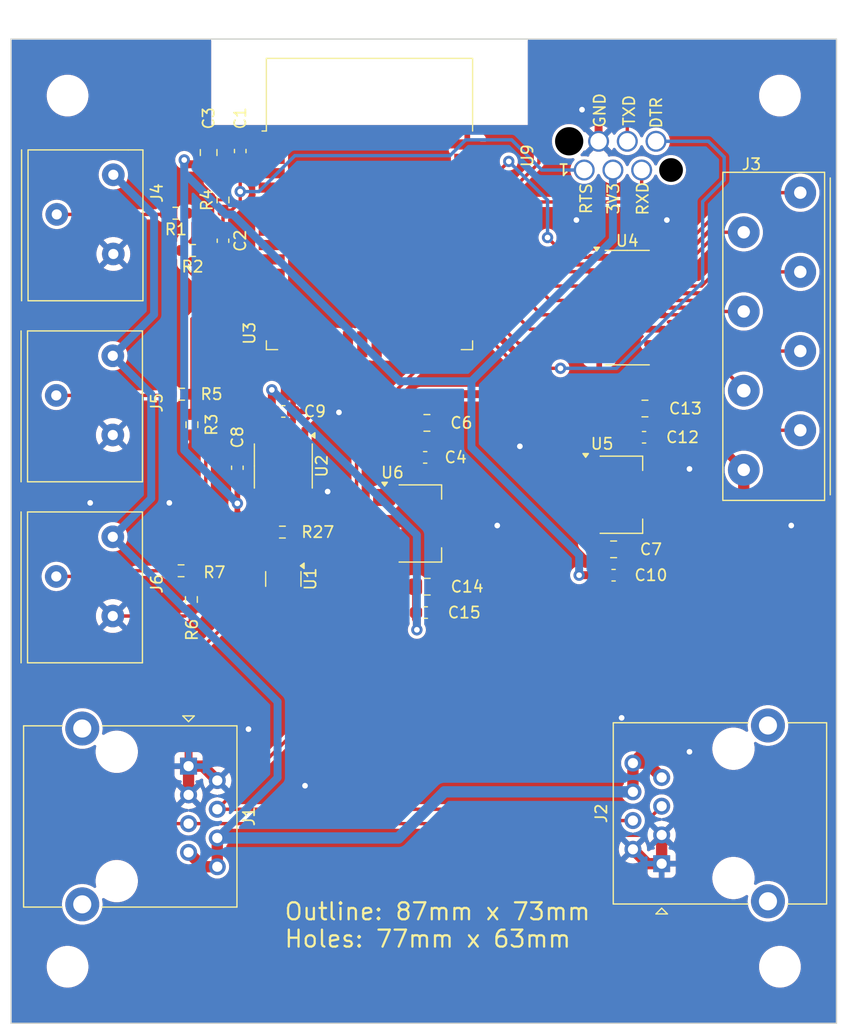
<source format=kicad_pcb>
(kicad_pcb (version 20240108) (generator "pcbnew") (generator_version "8.0")
  (layers (0 "F.Cu" signal) (31 "B.Cu" signal) (34 "B.Paste" user) (35 "F.Paste" user) (36 "B.SilkS" user "B.Silkscreen") (37 "F.SilkS" user "F.Silkscreen") (38 "B.Mask" user) (39 "F.Mask" user) (44 "Edge.Cuts" user))
  (net 0 "")
  (net 1 "GND")
  (net 2 "+3V3")
  (net 3 "/EN")
  (net 4 "+12V")
  (net 5 "+5V")
  (net 6 "Net-(J3-Pin_5)")
  (net 7 "Net-(J3-Pin_7)")
  (net 8 "Net-(J3-Pin_6)")
  (net 9 "Net-(J3-Pin_2)")
  (net 10 "Net-(J3-Pin_3)")
  (net 11 "Net-(J3-Pin_4)")
  (net 12 "Net-(J4-Pin_2)")
  (net 13 "Net-(J5-Pin_2)")
  (net 14 "Net-(J6-Pin_2)")
  (net 15 "Net-(U3-IO25)")
  (net 16 "Net-(U3-IO26)")
  (net 17 "/CANL")
  (net 18 "/CANH")
  (net 19 "/CAN_RXD")
  (net 20 "/CAN_TXD")
  (net 21 "/RXD")
  (net 22 "/TXD")
  (net 25 "Net-(U3-IO22)")
  (net 27 "Net-(U3-IO16)")
  (net 29 "Net-(U3-IO19)")
  (net 36 "Net-(U3-IO17)")
  (net 38 "Net-(U3-IO21)")
  (net 42 "Net-(U3-IO18)")
  (net 43 "/BOOT0")
  (net 45 "Net-(J3-Pin_1)")
  (net 46 "/STDBY")
  (net 47 "Net-(U3-IO4)")
  (net 49 "Net-(U3-IO33)")
  (footprint "awesome:WAGO250-203" (layer "F.Cu") (at 118.39575 50.8 -90)
    (property "Reference" "J4")
    (property "Value" "Conn_01x03_Socket")
  )
  (footprint "Package_SO:SOIC-16_3.9x9.9mm_P1.27mm" (layer "F.Cu") (at 162.495 64.74)
    (property "Reference" "U4")
    (property "Value" "ULN2003A")
  )
  (footprint "Capacitor_SMD:C_0805_2012Metric_Pad1.18x1.45mm_HandSolder" (layer "F.Cu") (at 125.476 51.0325 90)
    (property "Reference" "C3")
    (property "Value" "10u")
  )
  (footprint "Package_TO_SOT_SMD:SOT-223-3_TabPin2" (layer "F.Cu") (at 161.95 81.28)
    (property "Reference" "U5")
    (property "Value" "MCP1703Ax-330xxDB")
  )
  (footprint "awesome:wuerthDebug6" (layer "F.Cu") (at 161.865 51.308 180)
    (property "Reference" "U9")
    (property "Value" "wuerthDebug6")
  )
  (footprint "Connector_RJ:RJ45_Ninigi_GE" (layer "F.Cu") (at 165.54 113.89 90)
    (property "Reference" "J2")
    (property "Value" "8P8C")
  )
  (footprint "Capacitor_SMD:C_0603_1608Metric_Pad1.08x0.95mm_HandSolder" (layer "F.Cu") (at 161.29 88.392)
    (property "Reference" "C10")
    (property "Value" "100n")
  )
  (footprint "Package_SO:SOIC-8_3.9x4.9mm_P1.27mm" (layer "F.Cu") (at 132.08 78.74 -90)
    (property "Reference" "U2")
    (property "Value" "MCP2562-E-SN")
  )
  (footprint "Resistor_SMD:R_0603_1608Metric_Pad0.98x0.95mm_HandSolder" (layer "F.Cu") (at 123.952 90.54 90)
    (property "Reference" "R6")
    (property "Value" "10K")
  )
  (footprint "Resistor_SMD:R_0603_1608Metric_Pad0.98x0.95mm_HandSolder" (layer "F.Cu") (at 123.0875 72.397 180)
    (property "Reference" "R5")
    (property "Value" "27K")
  )
  (footprint "Capacitor_SMD:C_0603_1608Metric_Pad1.08x0.95mm_HandSolder" (layer "F.Cu") (at 144.6265 77.978)
    (property "Reference" "C4")
    (property "Value" "100n")
  )
  (footprint "awesome:WAGO250-208" (layer "F.Cu") (at 171.45 67.28 90)
    (property "Reference" "J3")
    (property "Value" "Conn_01x08_Socket")
  )
  (footprint "Capacitor_SMD:C_0603_1608Metric_Pad1.08x0.95mm_HandSolder" (layer "F.Cu") (at 132.08 73.914)
    (property "Reference" "C9")
    (property "Value" "100n")
  )
  (footprint "awesome:ESP32-WROOM-32" (layer "F.Cu") (at 139.7 58.575)
    (property "Reference" "U3")
    (property "Value" "ESP32-WROOM-32")
  )
  (footprint "Capacitor_SMD:C_0603_1608Metric_Pad1.08x0.95mm_HandSolder" (layer "F.Cu") (at 128.27 50.9005 90)
    (property "Reference" "C1")
    (property "Value" "100n")
  )
  (footprint "Resistor_SMD:R_0603_1608Metric_Pad0.98x0.95mm_HandSolder" (layer "F.Cu") (at 124.0555 59.69 180)
    (property "Reference" "R2")
    (property "Value" "10K")
  )
  (footprint "Capacitor_SMD:C_0805_2012Metric_Pad1.18x1.45mm_HandSolder" (layer "F.Cu") (at 161.29 86.106)
    (property "Reference" "C7")
    (property "Value" "10u")
  )
  (footprint "Capacitor_SMD:C_0603_1608Metric_Pad1.08x0.95mm_HandSolder" (layer "F.Cu") (at 144.6795 91.694)
    (property "Reference" "C15")
    (property "Value" "100n")
  )
  (footprint "awesome:WAGO250-203" (layer "F.Cu") (at 118.35 66.8 -90)
    (property "Reference" "J5")
    (property "Value" "Conn_01x03_Socket")
  )
  (footprint "Resistor_SMD:R_0603_1608Metric_Pad0.98x0.95mm_HandSolder" (layer "F.Cu") (at 126.746 55.2215 90)
    (property "Reference" "R4")
    (property "Value" "10K")
  )
  (footprint "Capacitor_SMD:C_0805_2012Metric_Pad1.18x1.45mm_HandSolder" (layer "F.Cu") (at 144.78 74.93)
    (property "Reference" "C6")
    (property "Value" "10u")
  )
  (footprint "MountingHole:MountingHole_3.2mm_M3_DIN965" (layer "F.Cu") (at 113 46)
    (property "Reference" "H1" (hide yes))
    (property "Value" "MountingHole")
  )
  (footprint "MountingHole:MountingHole_3.2mm_M3_DIN965" (layer "F.Cu") (at 113 123)
    (property "Reference" "H5" (hide yes))
    (property "Value" "MountingHole")
  )
  (footprint "Resistor_SMD:R_0603_1608Metric_Pad0.98x0.95mm_HandSolder" (layer "F.Cu") (at 123.0395 88 180)
    (property "Reference" "R7")
    (property "Value" "27K")
  )
  (footprint "Capacitor_SMD:C_0603_1608Metric_Pad1.08x0.95mm_HandSolder" (layer "F.Cu") (at 128.016 78.8935 90)
    (property "Reference" "C8")
    (property "Value" "100n")
  )
  (footprint "Capacitor_SMD:C_0805_2012Metric_Pad1.18x1.45mm_HandSolder" (layer "F.Cu") (at 164.0625 73.66)
    (property "Reference" "C13")
    (property "Value" "10u")
  )
  (footprint "Package_TO_SOT_SMD:SOT-223-3_TabPin2" (layer "F.Cu") (at 144.17 83.82)
    (property "Reference" "U6")
    (property "Value" "MCP1703Ax-500xxDB")
  )
  (footprint "Resistor_SMD:R_0603_1608Metric_Pad0.98x0.95mm_HandSolder" (layer "F.Cu") (at 124 75.0875 90)
    (property "Reference" "R3")
    (property "Value" "10K")
  )
  (footprint "Resistor_SMD:R_0603_1608Metric_Pad0.98x0.95mm_HandSolder" (layer "F.Cu") (at 122.5785 56.397 180)
    (property "Reference" "R1")
    (property "Value" "27K")
  )
  (footprint "Connector_RJ:RJ45_Ninigi_GE" (layer "F.Cu") (at 123.7 105.27 -90)
    (property "Reference" "J1")
    (property "Value" "8P8C")
  )
  (footprint "Package_TO_SOT_SMD:SOT-23" (layer "F.Cu") (at 132.08 88.7245 -90)
    (property "Reference" "U1")
    (property "Value" "PESD2CAN")
  )
  (footprint "Capacitor_SMD:C_0805_2012Metric_Pad1.18x1.45mm_HandSolder" (layer "F.Cu") (at 144.8015 89.408)
    (property "Reference" "C14")
    (property "Value" "10u")
  )
  (footprint "MountingHole:MountingHole_3.2mm_M3_DIN965" (layer "F.Cu") (at 176 46)
    (property "Reference" "H2" (hide yes))
    (property "Value" "MountingHole")
  )
  (footprint "Capacitor_SMD:C_0603_1608Metric_Pad1.08x0.95mm_HandSolder" (layer "F.Cu") (at 163.9835 76.2)
    (property "Reference" "C12")
    (property "Value" "100n")
  )
  (footprint "Capacitor_SMD:C_0603_1608Metric_Pad1.08x0.95mm_HandSolder" (layer "F.Cu") (at 126.746 58.8275 -90)
    (property "Reference" "C2")
    (property "Value" "1u")
  )
  (footprint "MountingHole:MountingHole_3.2mm_M3_DIN965" (layer "F.Cu") (at 176 123)
    (property "Reference" "H3" (hide yes))
    (property "Value" "MountingHole")
  )
  (footprint "Resistor_SMD:R_0603_1608Metric_Pad0.98x0.95mm_HandSolder" (layer "F.Cu") (at 132 84.582 180)
    (property "Reference" "R27")
    (property "Value" "R")
  )
  (footprint "awesome:WAGO250-203" (layer "F.Cu") (at 118.35 82.8 -90)
    (property "Reference" "J6")
    (property "Value" "Conn_01x03_Socket")
  )
  (gr_rect (start 108 41) (end 181 128) (stroke (width 0.12)) (fill none) (layer "Edge.Cuts"))
  (gr_text "Outline: 87mm x 73mm\nHoles: 77mm x 63mm" (at 132.08 121.412 0) (layer "F.SilkS") (effects (font (size 1.5 1.5) (thickness 0.2)) (justify left bottom)))
  (segment (start 145.542 91.186) (end 145.839 90.889) (width 0.7) (layer "F.Cu") (net 1))
  (segment (start 124.97 105.27) (end 126.24 106.54) (width 1) (layer "F.Cu") (net 1))
  (segment (start 158.8 81.28) (end 165.1 81.28) (width 0.7) (layer "F.Cu") (net 1))
  (segment (start 158.496 47.244) (end 159.004 47.244) (width 0.7) (layer "F.Cu") (net 1))
  (segment (start 125.476 49.995) (end 128.227 49.995) (width 0.7) (layer "F.Cu") (net 1))
  (segment (start 146.812 89.408) (end 145.839 89.408) (width 0.7) (layer "F.Cu") (net 1))
  (segment (start 141.736 50.32) (end 138.7 53.356) (width 0.7) (layer "F.Cu") (net 1))
  (segment (start 147.32 88.9) (end 146.812 89.408) (width 0.7) (layer "F.Cu") (net 1))
  (segment (start 123.7 101.344) (end 123.7 105.27) (width 0.7) (layer "F.Cu") (net 1))
  (segment (start 146.558 77.978) (end 147.32 78.74) (width 0.7) (layer "F.Cu") (net 1))
  (segment (start 159.004 47.244) (end 159.96 48.2) (width 0.7) (layer "F.Cu") (net 1))
  (segment (start 131.05 50.32) (end 135.664 50.32) (width 0.7) (layer "F.Cu") (net 1))
  (segment (start 123.7 105.27) (end 123.7 107.81) (width 1) (layer "F.Cu") (net 1))
  (segment (start 138.7 53.356) (end 138.7 57.82) (width 0.7) (layer "F.Cu") (net 1))
  (segment (start 117 92) (end 123.4045 92) (width 0.3) (layer "F.Cu") (net 1))
  (segment (start 147.32 83.82) (end 147.32 88.9) (width 0.7) (layer "F.Cu") (net 1))
  (segment (start 145.8175 77.6495) (end 145.489 77.978) (width 0.7) (layer "F.Cu") (net 1))
  (segment (start 162.1525 88.392) (end 162.1525 86.281) (width 0.7) (layer "F.Cu") (net 1))
  (segment (start 132.715 75.057) (end 132.9425 74.8295) (width 0.5) (layer "F.Cu") (net 1))
  (segment (start 123.4045 92) (end 123.952 91.4525) (width 0.3) (layer "F.Cu") (net 1))
  (segment (start 132.08 89.662) (end 132.08 92.964) (width 0.7) (layer "F.Cu") (net 1))
  (segment (start 165.1 84.836) (end 165.1 81.28) (width 0.7) (layer "F.Cu") (net 1))
  (segment (start 148.35 50.32) (end 141.736 50.32) (width 0.7) (layer "F.Cu") (net 1))
  (segment (start 128.27 50.038) (end 129.286 50.038) (width 0.7) (layer "F.Cu") (net 1))
  (segment (start 163.83 86.106) (end 165.1 84.836) (width 0.7) (layer "F.Cu") (net 1))
  (segment (start 118.216 77.216) (end 123.444 77.216) (width 0.3) (layer "F.Cu") (net 1))
  (segment (start 164.27 113.89) (end 163 112.62) (width 1) (layer "F.Cu") (net 1))
  (segment (start 145.489 77.978) (end 146.558 77.978) (width 0.7) (layer "F.Cu") (net 1))
  (segment (start 162.3275 86.106) (end 163.83 86.106) (width 0.7) (layer "F.Cu") (net 1))
  (segment (start 132.9425 74.8295) (end 132.9425 73.914) (width 0.5) (layer "F.Cu") (net 1))
  (segment (start 141.02 83.82) (end 147.32 83.82) (width 0.7) (layer "F.Cu") (net 1))
  (segment (start 145.8175 74.93) (end 145.8175 77.6495) (width 0.7) (layer "F.Cu") (net 1))
  (segment (start 145.839 90.889) (end 145.839 89.408) (width 0.7) (layer "F.Cu") (net 1))
  (segment (start 129.568 50.32) (end 131.05 50.32) (width 0.7) (layer "F.Cu") (net 1))
  (segment (start 128.227 49.995) (end 128.27 50.038) (width 0.7) (layer "F.Cu") (net 1))
  (segment (start 162.1525 86.281) (end 162.3275 86.106) (width 0.7) (layer "F.Cu") (net 1))
  (segment (start 159.96 48.2) (end 159.96 50.038) (width 0.7) (layer "F.Cu") (net 1))
  (segment (start 123.7 105.27) (end 124.97 105.27) (width 1) (layer "F.Cu") (net 1))
  (segment (start 165.54 111.35) (end 165.54 113.89) (width 1) (layer "F.Cu") (net 1))
  (segment (start 147.32 78.74) (end 147.32 83.82) (width 0.7) (layer "F.Cu") (net 1))
  (segment (start 117 76) (end 118.216 77.216) (width 0.3) (layer "F.Cu") (net 1))
  (segment (start 132.08 92.964) (end 123.7 101.344) (width 0.7) (layer "F.Cu") (net 1))
  (segment (start 132.715 76.265) (end 132.715 75.057) (width 0.5) (layer "F.Cu") (net 1))
  (segment (start 165.54 113.89) (end 164.27 113.89) (width 1) (layer "F.Cu") (net 1))
  (segment (start 135.664 50.32) (end 138.7 53.356) (width 0.7) (layer "F.Cu") (net 1))
  (segment (start 145.542 91.694) (end 145.542 91.186) (width 0.7) (layer "F.Cu") (net 1))
  (segment (start 123.444 77.216) (end 124 76.66) (width 0.3) (layer "F.Cu") (net 1))
  (segment (start 124 76.66) (end 124 76) (width 0.3) (layer "F.Cu") (net 1))
  (segment (start 129.286 50.038) (end 129.568 50.32) (width 0.7) (layer "F.Cu") (net 1))
  (via (at 136 81) (size 1) (drill 0.5) (layers "F.Cu" "B.Cu") (net 1))
  (via (at 122 82) (size 1) (drill 0.5) (layers "F.Cu" "B.Cu") (net 1))
  (via (at 151 84) (size 1) (drill 0.5) (layers "F.Cu" "B.Cu") (net 1))
  (via (at 134 107) (size 1) (drill 0.5) (layers "F.Cu" "B.Cu") (net 1))
  (via (at 129 102) (size 1) (drill 0.5) (layers "F.Cu" "B.Cu") (net 1))
  (via (at 168 104) (size 1) (drill 0.5) (layers "F.Cu" "B.Cu") (net 1))
  (via (at 158 57) (size 1) (drill 0.5) (layers "F.Cu" "B.Cu") (net 1))
  (via (at 162 101) (size 1) (drill 0.5) (layers "F.Cu" "B.Cu") (net 1))
  (via (at 168 79) (size 1) (drill 0.5) (layers "F.Cu" "B.Cu") (net 1))
  (via (at 137 74) (size 1) (drill 0.5) (layers "F.Cu" "B.Cu") (net 1))
  (via (at 153 77) (size 1) (drill 0.5) (layers "F.Cu" "B.Cu") (net 1))
  (via (at 158.496 47.244) (size 1) (drill 0.5) (layers "F.Cu" "B.Cu") (net 1))
  (via (at 115 82) (size 1) (drill 0.5) (layers "F.Cu" "B.Cu") (net 1))
  (via (at 177 84) (size 1) (drill 0.5) (layers "F.Cu" "B.Cu") (net 1))
  (via (at 166 57) (size 1) (drill 0.5) (layers "F.Cu" "B.Cu") (net 1))
  (segment (start 129.314 51.59) (end 131.05 51.59) (width 0.7) (layer "F.Cu") (net 2))
  (segment (start 126.492 52.07) (end 126.799 51.763) (width 0.7) (layer "F.Cu") (net 2))
  (segment (start 126.746 54.309) (end 126.191 54.309) (width 0.3) (layer "F.Cu") (net 2))
  (segment (start 160.2525 86.106) (end 159.258 86.106) (width 0.7) (layer "F.Cu") (net 2))
  (segment (start 129.286 51.562) (end 129.314 51.59) (width 0.7) (layer "F.Cu") (net 2))
  (segment (start 128.778 83.566) (end 128.016 82.804) (width 0.5) (layer "F.Cu") (net 2))
  (segment (start 129.085 51.763) (end 129.286 51.562) (width 0.7) (layer "F.Cu") (net 2))
  (segment (start 123.698 52.07) (end 125.476 52.07) (width 0.7) (layer "F.Cu") (net 2))
  (segment (start 160.4275 86.281) (end 160.2525 86.106) (width 0.7) (layer "F.Cu") (net 2))
  (segment (start 123.317 51.689) (end 123.698 52.07) (width 0.7) (layer "F.Cu") (net 2))
  (segment (start 128.27 51.763) (end 129.085 51.763) (width 0.7) (layer "F.Cu") (net 2))
  (segment (start 126.191 54.309) (end 125.476 53.594) (width 0.3) (layer "F.Cu") (net 2))
  (segment (start 125.476 52.07) (end 126.492 52.07) (width 0.7) (layer "F.Cu") (net 2))
  (segment (start 128.016 82.804) (end 128.016 82.042) (width 0.5) (layer "F.Cu") (net 2))
  (segment (start 128.016 82.042) (end 128.016 79.756) (width 0.5) (layer "F.Cu") (net 2))
  (segment (start 160.4275 88.392) (end 160.4275 86.281) (width 0.7) (layer "F.Cu") (net 2))
  (segment (start 158.242 88.392) (end 160.4275 88.392) (width 0.7) (layer "F.Cu") (net 2))
  (segment (start 159.258 86.106) (end 158.8 85.648) (width 0.7) (layer "F.Cu") (net 2))
  (segment (start 130.175 82.931) (end 129.54 83.566) (width 0.5) (layer "F.Cu") (net 2))
  (segment (start 129.54 83.566) (end 128.778 83.566) (width 0.5) (layer "F.Cu") (net 2))
  (segment (start 130.175 81.215) (end 130.175 82.931) (width 0.5) (layer "F.Cu") (net 2))
  (segment (start 125.476 53.594) (end 125.476 52.07) (width 0.3) (layer "F.Cu") (net 2))
  (segment (start 158.8 85.648) (end 158.8 83.58) (width 0.7) (layer "F.Cu") (net 2))
  (segment (start 126.799 51.763) (end 128.27 51.763) (width 0.7) (layer "F.Cu") (net 2))
  (via (at 128.016 82.042) (size 1) (drill 0.5) (layers "F.Cu" "B.Cu") (net 2))
  (via (at 158.242 88.392) (size 1) (drill 0.5) (layers "F.Cu" "B.Cu") (net 2))
  (via (at 123.317 51.689) (size 1) (drill 0.5) (layers "F.Cu" "B.Cu") (net 2))
  (segment (start 161.23 58.734) (end 161.23 52.578) (width 0.7) (layer "B.Cu") (net 2))
  (segment (start 127 56.515) (end 127.635 56.515) (width 0.7) (layer "B.Cu") (net 2))
  (segment (start 158.242 88.392) (end 158.242 86.614) (width 0.7) (layer "B.Cu") (net 2))
  (segment (start 127.635 56.515) (end 142.367 71.247) (width 0.7) (layer "B.Cu") (net 2))
  (segment (start 123.317 77.343) (end 128.016 82.042) (width 0.7) (layer "B.Cu") (net 2))
  (segment (start 123.317 52.832) (end 127 56.515) (width 0.7) (layer "B.Cu") (net 2))
  (segment (start 123.317 51.689) (end 123.317 77.343) (width 0.7) (layer "B.Cu") (net 2))
  (segment (start 142.367 71.247) (end 148.717 71.247) (width 0.7) (layer "B.Cu") (net 2))
  (segment (start 158.242 86.614) (end 148.717 77.089) (width 0.7) (layer "B.Cu") (net 2))
  (segment (start 148.717 71.247) (end 161.23 58.734) (width 0.7) (layer "B.Cu") (net 2))
  (segment (start 148.717 77.089) (end 148.717 71.247) (width 0.7) (layer "B.Cu") (net 2))
  (segment (start 123.317 51.689) (end 123.317 52.832) (width 0.7) (layer "B.Cu") (net 2))
  (segment (start 127.508 56.134) (end 128.27 55.372) (width 0.3) (layer "F.Cu") (net 3))
  (segment (start 128.27 55.372) (end 128.27 54.483) (width 0.3) (layer "F.Cu") (net 3))
  (segment (start 129.004 52.86) (end 131.05 52.86) (width 0.3) (layer "F.Cu") (net 3))
  (segment (start 128.27 53.594) (end 129.004 52.86) (width 0.3) (layer "F.Cu") (net 3))
  (segment (start 126.746 56.134) (end 127.508 56.134) (width 0.3) (layer "F.Cu") (net 3))
  (segment (start 126.746 57.965) (end 126.746 56.134) (width 0.3) (layer "F.Cu") (net 3))
  (segment (start 128.27 54.483) (end 128.27 53.594) (width 0.3) (layer "F.Cu") (net 3))
  (via (at 128.27 54.483) (size 1) (drill 0.5) (layers "F.Cu" "B.Cu") (net 3))
  (segment (start 154.94 52.578) (end 158.69 52.578) (width 0.3) (layer "B.Cu") (net 3))
  (segment (start 146.812 51.308) (end 148.209 49.911) (width 0.3) (layer "B.Cu") (net 3))
  (segment (start 129.921 54.483) (end 133.096 51.308) (width 0.3) (layer "B.Cu") (net 3))
  (segment (start 148.209 49.911) (end 152.273 49.911) (width 0.3) (layer "B.Cu") (net 3))
  (segment (start 128.27 54.483) (end 129.921 54.483) (width 0.3) (layer "B.Cu") (net 3))
  (segment (start 133.096 51.308) (end 146.812 51.308) (width 0.3) (layer "B.Cu") (net 3))
  (segment (start 152.273 49.911) (end 154.94 52.578) (width 0.3) (layer "B.Cu") (net 3))
  (segment (start 168.402 74.682) (end 168.402 71.12) (width 0.7) (layer "F.Cu") (net 4))
  (segment (start 163.025 73.66) (end 163.025 76.104) (width 0.7) (layer "F.Cu") (net 4))
  (segment (start 168.402 71.12) (end 166.467 69.185) (width 0.3) (layer "F.Cu") (net 4))
  (segment (start 163.025 76.104) (end 159.608 76.104) (width 0.7) (layer "F.Cu") (net 4))
  (segment (start 143.7425 74.93) (end 143.7425 72.9195) (width 0.7) (layer "F.Cu") (net 4))
  (segment (start 163.025 76.104) (end 163.121 76.2) (width 0.7) (layer "F.Cu") (net 4))
  (segment (start 124.968 114.046) (end 125.082 114.16) (width 1) (layer "F.Cu") (net 4))
  (segment (start 141.986 77.978) (end 143.764 77.978) (width 0.7) (layer "F.Cu") (net 4))
  (segment (start 144.272 72.39) (end 155.194 72.39) (width 0.7) (layer "F.Cu") (net 4))
  (segment (start 166.467 69.185) (end 164.97 69.185) (width 0.3) (layer "F.Cu") (net 4))
  (segment (start 125.082 114.16) (end 126.24 114.16) (width 1) (layer "F.Cu") (net 4))
  (segment (start 143.764 77.978) (end 143.764 74.9515) (width 0.7) (layer "F.Cu") (net 4))
  (segment (start 158.8 76.912) (end 158.8 78.98) (width 0.7) (layer "F.Cu") (net 4))
  (segment (start 163 105) (end 163 107.54) (width 1) (layer "F.Cu") (net 4))
  (segment (start 163.025 73.66) (end 163.025 72.433) (width 0.7) (layer "F.Cu") (net 4))
  (segment (start 141.02 78.944) (end 141.986 77.978) (width 0.7) (layer "F.Cu") (net 4))
  (segment (start 163 105) (end 164.27 105) (width 1) (layer "F.Cu") (net 4))
  (segment (start 126.24 114.16) (end 126.24 111.62) (width 1) (layer "F.Cu") (net 4))
  (segment (start 164.338 71.12) (end 168.402 71.12) (width 0.7) (layer "F.Cu") (net 4))
  (segment (start 172.8 95.2) (end 172.8 79.08) (width 1) (layer "F.Cu") (net 4))
  (segment (start 163.025 72.433) (end 164.338 71.12) (width 0.7) (layer "F.Cu") (net 4))
  (segment (start 164.27 105) (end 165.54 106.27) (width 1) (layer "F.Cu") (net 4))
  (segment (start 155.194 72.39) (end 156.464 73.66) (width 0.7) (layer "F.Cu") (net 4))
  (segment (start 143.7425 72.9195) (end 144.272 72.39) (width 0.7) (layer "F.Cu") (net 4))
  (segment (start 159.608 76.104) (end 158.8 76.912) (width 0.7) (layer "F.Cu") (net 4))
  (segment (start 123.7 112.89) (end 124.856 114.046) (width 1) (layer "F.Cu") (net 4))
  (segment (start 141.02 81.52) (end 141.02 78.944) (width 0.7) (layer "F.Cu") (net 4))
  (segment (start 172.8 79.08) (end 168.402 74.682) (width 0.7) (layer "F.Cu") (net 4))
  (segment (start 143.764 74.9515) (end 143.7425 74.93) (width 0.7) (layer "F.Cu") (net 4))
  (segment (start 156.464 73.66) (end 163.025 73.66) (width 0.7) (layer "F.Cu") (net 4))
  (segment (start 124.856 114.046) (end 124.968 114.046) (width 1) (layer "F.Cu") (net 4))
  (segment (start 163 105) (end 172.8 95.2) (width 1) (layer "F.Cu") (net 4))
  (segment (start 117 69) (end 120.396 72.396) (width 0.7) (layer "B.Cu") (net 4))
  (segment (start 120.65 65.35) (end 117 69) (width 0.7) (layer "B.Cu") (net 4))
  (segment (start 120.396 81.604) (end 117 85) (width 0.7) (layer "B.Cu") (net 4))
  (segment (start 120.396 72.396) (end 120.396 81.604) (width 0.7) (layer "B.Cu") (net 4))
  (segment (start 146.333 107.54) (end 163 107.54) (width 1) (layer "B.Cu") (net 4))
  (segment (start 142.253 111.62) (end 146.333 107.54) (width 1) (layer "B.Cu") (net 4))
  (segment (start 126.24 111.62) (end 142.253 111.62) (width 1) (layer "B.Cu") (net 4))
  (segment (start 131.572 99.572) (end 131.572 106.288) (width 0.7) (layer "B.Cu") (net 4))
  (segment (start 117 85) (end 131.572 99.572) (width 0.7) (layer "B.Cu") (net 4))
  (segment (start 120.65 56.60425) (end 120.65 65.35) (width 0.7) (layer "B.Cu") (net 4))
  (segment (start 117.04575 53) (end 120.65 56.60425) (width 0.7) (layer "B.Cu") (net 4))
  (segment (start 131.572 106.288) (end 126.24 111.62) (width 0.7) (layer "B.Cu") (net 4))
  (segment (start 131.445 75.057) (end 131.445 76.265) (width 0.5) (layer "F.Cu") (net 5))
  (segment (start 143.817 92.255) (end 143.817 91.694) (width 0.7) (layer "F.Cu") (net 5))
  (segment (start 143.764 89.408) (end 142.24 89.408) (width 0.7) (layer "F.Cu") (net 5))
  (segment (start 141.02 88.188) (end 141.02 86.12) (width 0.7) (layer "F.Cu") (net 5))
  (segment (start 131.064 73.7605) (end 131.2175 73.914) (width 0.7) (layer "F.Cu") (net 5))
  (segment (start 143.817 89.461) (end 143.764 89.408) (width 0.7) (layer "F.Cu") (net 5))
  (segment (start 131.2175 74.8295) (end 131.445 75.057) (width 0.5) (layer "F.Cu") (net 5))
  (segment (start 131.064 72.009) (end 131.064 73.7605) (width 0.7) (layer "F.Cu") (net 5))
  (segment (start 143.891 92.329) (end 143.817 92.255) (width 0.7) (layer "F.Cu") (net 5))
  (segment (start 143.891 93.218) (end 143.891 92.329) (width 0.7) (layer "F.Cu") (net 5))
  (segment (start 143.817 91.694) (end 143.817 89.461) (width 0.7) (layer "F.Cu") (net 5))
  (segment (start 142.24 89.408) (end 141.02 88.188) (width 0.7) (layer "F.Cu") (net 5))
  (segment (start 131.2175 73.914) (end 131.2175 74.8295) (width 0.5) (layer "F.Cu") (net 5))
  (via (at 131.064 72.009) (size 1) (drill 0.5) (layers "F.Cu" "B.Cu") (net 5))
  (via (at 143.891 93.218) (size 1) (drill 0.5) (layers "F.Cu" "B.Cu") (net 5))
  (segment (start 143.891 84.836) (end 143.891 93.218) (width 0.7) (layer "B.Cu") (net 5))
  (segment (start 131.064 72.009) (end 143.891 84.836) (width 0.7) (layer "B.Cu") (net 5))
  (segment (start 171.196 68.58) (end 177.8 68.58) (width 0.3) (layer "F.Cu") (net 6))
  (segment (start 167.991 65.375) (end 171.196 68.58) (width 0.3) (layer "F.Cu") (net 6))
  (segment (start 164.97 65.375) (end 167.991 65.375) (width 0.3) (layer "F.Cu") (net 6))
  (segment (start 167.229 67.915) (end 169.672 70.358) (width 0.3) (layer "F.Cu") (net 7))
  (segment (start 169.672 70.358) (end 169.672 74.422) (width 0.3) (layer "F.Cu") (net 7))
  (segment (start 170.83 75.58) (end 177.8 75.58) (width 0.3) (layer "F.Cu") (net 7))
  (segment (start 169.672 74.422) (end 170.83 75.58) (width 0.3) (layer "F.Cu") (net 7))
  (segment (start 164.97 67.915) (end 167.229 67.915) (width 0.3) (layer "F.Cu") (net 7))
  (segment (start 167.483 66.645) (end 172.8 71.962) (width 0.3) (layer "F.Cu") (net 8))
  (segment (start 164.97 66.645) (end 167.483 66.645) (width 0.3) (layer "F.Cu") (net 8))
  (segment (start 172.8 71.962) (end 172.8 72.08) (width 0.3) (layer "F.Cu") (net 8))
  (segment (start 164.97 61.565) (end 167.035 61.565) (width 0.3) (layer "F.Cu") (net 9))
  (segment (start 167.035 61.565) (end 170.52 58.08) (width 0.3) (layer "F.Cu") (net 9))
  (segment (start 170.52 58.08) (end 172.8 58.08) (width 0.3) (layer "F.Cu") (net 9))
  (segment (start 164.97 62.835) (end 169.067 62.835) (width 0.3) (layer "F.Cu") (net 10))
  (segment (start 169.067 62.835) (end 170.322 61.58) (width 0.3) (layer "F.Cu") (net 10))
  (segment (start 170.322 61.58) (end 177.8 61.58) (width 0.3) (layer "F.Cu") (net 10))
  (segment (start 169.007 64.105) (end 169.982 65.08) (width 0.3) (layer "F.Cu") (net 11))
  (segment (start 169.982 65.08) (end 172.8 65.08) (width 0.3) (layer "F.Cu") (net 11))
  (segment (start 164.97 64.105) (end 169.007 64.105) (width 0.3) (layer "F.Cu") (net 11))
  (segment (start 121.563 56.5) (end 121.666 56.397) (width 0.3) (layer "F.Cu") (net 12))
  (segment (start 112.04575 56.5) (end 121.563 56.5) (width 0.3) (layer "F.Cu") (net 12))
  (segment (start 112 72.5) (end 122.072 72.5) (width 0.3) (layer "F.Cu") (net 13))
  (segment (start 122.072 72.5) (end 122.175 72.397) (width 0.3) (layer "F.Cu") (net 13))
  (segment (start 118.51 88.5) (end 119.01 88) (width 0.3) (layer "F.Cu") (net 14))
  (segment (start 112 88.5) (end 118.51 88.5) (width 0.3) (layer "F.Cu") (net 14))
  (segment (start 119.01 88) (end 122.127 88) (width 0.3) (layer "F.Cu") (net 14))
  (segment (start 129.004 61.75) (end 131.05 61.75) (width 0.3) (layer "F.Cu") (net 15))
  (segment (start 124 65.738) (end 125.476 64.262) (width 0.3) (layer "F.Cu") (net 15))
  (segment (start 124 74.175) (end 124 72.397) (width 0.3) (layer "F.Cu") (net 15))
  (segment (start 124 72.397) (end 124 65.738) (width 0.3) (layer "F.Cu") (net 15))
  (segment (start 125.476 64.262) (end 126.492 64.262) (width 0.3) (layer "F.Cu") (net 15))
  (segment (start 126.492 64.262) (end 129.004 61.75) (width 0.3) (layer "F.Cu") (net 15))
  (segment (start 124.598 88) (end 125.222 87.376) (width 0.3) (layer "F.Cu") (net 16))
  (segment (start 123.952 88) (end 124.598 88) (width 0.3) (layer "F.Cu") (net 16))
  (segment (start 125.984 65.532) (end 126.746 65.532) (width 0.3) (layer "F.Cu") (net 16))
  (segment (start 129.286 62.992) (end 131.022 62.992) (width 0.3) (layer "F.Cu") (net 16))
  (segment (start 125.222 87.376) (end 125.222 66.294) (width 0.3) (layer "F.Cu") (net 16))
  (segment (start 126.746 65.532) (end 129.286 62.992) (width 0.3) (layer "F.Cu") (net 16))
  (segment (start 123.952 88) (end 123.952 89.6275) (width 0.3) (layer "F.Cu") (net 16))
  (segment (start 131.022 62.992) (end 131.05 63.02) (width 0.3) (layer "F.Cu") (net 16))
  (segment (start 125.222 66.294) (end 125.984 65.532) (width 0.3) (layer "F.Cu") (net 16))
  (segment (start 149.479 111.379) (end 163.576 111.379) (width 0.3) (layer "F.Cu") (net 17))
  (segment (start 131.0875 84.582) (end 131.0875 86.106) (width 0.3) (layer "F.Cu") (net 17))
  (segment (start 131.064 83.312) (end 131.064 83.82) (width 0.3) (layer "F.Cu") (net 17))
  (segment (start 164.465 110.49) (end 164.465 109.885) (width 0.3) (layer "F.Cu") (net 17))
  (segment (start 148.45 110.35) (end 149.479 111.379) (width 0.3) (layer "F.Cu") (net 17))
  (segment (start 123.7 110.35) (end 121.653 110.35) (width 0.3) (layer "F.Cu") (net 17))
  (segment (start 131.064 83.82) (end 131.0875 83.8435) (width 0.3) (layer "F.Cu") (net 17))
  (segment (start 131.13 88.58) (end 131.13 87.787) (width 0.3) (layer "F.Cu") (net 17))
  (segment (start 131.445 82.931) (end 131.064 83.312) (width 0.3) (layer "F.Cu") (net 17))
  (segment (start 164.465 109.885) (end 165.54 108.81) (width 0.3) (layer "F.Cu") (net 17))
  (segment (start 123.7 110.35) (end 148.45 110.35) (width 0.3) (layer "F.Cu") (net 17))
  (segment (start 121.653 110.35) (end 120.65 109.347) (width 0.3) (layer "F.Cu") (net 17))
  (segment (start 131.445 81.215) (end 131.445 82.931) (width 0.3) (layer "F.Cu") (net 17))
  (segment (start 163.576 111.379) (end 164.465 110.49) (width 0.3) (layer "F.Cu") (net 17))
  (segment (start 131.0875 83.8435) (end 131.0875 84.582) (width 0.3) (layer "F.Cu") (net 17))
  (segment (start 131.13 86.1485) (end 131.13 87.787) (width 0.3) (layer "F.Cu") (net 17))
  (segment (start 120.65 109.347) (end 120.65 99.06) (width 0.3) (layer "F.Cu") (net 17))
  (segment (start 131.0875 86.106) (end 131.13 86.1485) (width 0.3) (layer "F.Cu") (net 17))
  (segment (start 120.65 99.06) (end 131.13 88.58) (width 0.3) (layer "F.Cu") (net 17))
  (segment (start 150.212 110.08) (end 163 110.08) (width 0.3) (layer "F.Cu") (net 18))
  (segment (start 132.9125 85.6685) (end 133.03 85.786) (width 0.3) (layer "F.Cu") (net 18))
  (segment (start 133.126 87.787) (end 133.03 87.787) (width 0.3) (layer "F.Cu") (net 18))
  (segment (start 132.9125 83.3825) (end 132.9125 84.582) (width 0.3) (layer "F.Cu") (net 18))
  (segment (start 132.715 83.185) (end 132.9125 83.3825) (width 0.3) (layer "F.Cu") (net 18))
  (segment (start 132.715 81.215) (end 132.715 83.185) (width 0.3) (layer "F.Cu") (net 18))
  (segment (start 135.001 89.662) (end 133.126 87.787) (width 0.3) (layer "F.Cu") (net 18))
  (segment (start 126.24 109.08) (end 149.212 109.08) (width 0.3) (layer "F.Cu") (net 18))
  (segment (start 133.03 85.786) (end 133.03 87.787) (width 0.3) (layer "F.Cu") (net 18))
  (segment (start 135.001 100.319) (end 135.001 89.662) (width 0.3) (layer "F.Cu") (net 18))
  (segment (start 149.212 109.08) (end 150.212 110.08) (width 0.3) (layer "F.Cu") (net 18))
  (segment (start 132.9125 84.582) (end 132.9125 85.6685) (width 0.3) (layer "F.Cu") (net 18))
  (segment (start 126.24 109.08) (end 135.001 100.319) (width 0.3) (layer "F.Cu") (net 18))
  (segment (start 128.016 66.294) (end 128.75 65.56) (width 0.3) (layer "F.Cu") (net 19))
  (segment (start 128.75 65.56) (end 131.05 65.56) (width 0.3) (layer "F.Cu") (net 19))
  (segment (start 130.175 74.803) (end 128.016 72.644) (width 0.3) (layer "F.Cu") (net 19))
  (segment (start 128.016 72.644) (end 128.016 66.294) (width 0.3) (layer "F.Cu") (net 19))
  (segment (start 130.175 76.265) (end 130.175 74.803) (width 0.3) (layer "F.Cu") (net 19))
  (segment (start 135.255 73.533) (end 135.255 67.98) (width 0.3) (layer "F.Cu") (net 20))
  (segment (start 133.985 74.803) (end 135.255 73.533) (width 0.3) (layer "F.Cu") (net 20))
  (segment (start 133.985 76.265) (end 133.985 74.803) (width 0.3) (layer "F.Cu") (net 20))
  (segment (start 163.04 55.4) (end 163.77 54.67) (width 0.3) (layer "F.Cu") (net 21))
  (segment (start 163.77 54.67) (end 163.77 52.578) (width 0.3) (layer "F.Cu") (net 21))
  (segment (start 148.35 55.4) (end 163.04 55.4) (width 0.3) (layer "F.Cu") (net 21))
  (segment (start 156.464 45.974) (end 161.544 45.974) (width 0.3) (layer "F.Cu") (net 22))
  (segment (start 148.35 54.13) (end 152.499 54.13) (width 0.3) (layer "F.Cu") (net 22))
  (segment (start 161.544 45.974) (end 162.5 46.93) (width 0.3) (layer "F.Cu") (net 22))
  (segment (start 154.686 51.943) (end 154.686 47.752) (width 0.3) (layer "F.Cu") (net 22))
  (segment (start 162.5 46.93) (end 162.5 50.038) (width 0.3) (layer "F.Cu") (net 22))
  (segment (start 154.686 47.752) (end 156.464 45.974) (width 0.3) (layer "F.Cu") (net 22))
  (segment (start 152.499 54.13) (end 154.686 51.943) (width 0.3) (layer "F.Cu") (net 22))
  (segment (start 148.35 52.86) (end 150.975 52.86) (width 0.3) (layer "F.Cu") (net 25))
  (segment (start 150.975 52.86) (end 152.019 51.816) (width 0.3) (layer "F.Cu") (net 25))
  (segment (start 157.196 60.295) (end 155.448 58.547) (width 0.3) (layer "F.Cu") (net 25))
  (segment (start 160.02 60.295) (end 157.196 60.295) (width 0.3) (layer "F.Cu") (net 25))
  (via (at 152.019 51.816) (size 1) (drill 0.5) (layers "F.Cu" "B.Cu") (net 25))
  (via (at 155.448 58.547) (size 1) (drill 0.5) (layers "F.Cu" "B.Cu") (net 25))
  (segment (start 152.019 51.816) (end 155.448 55.245) (width 0.3) (layer "B.Cu") (net 25))
  (segment (start 155.448 55.245) (end 155.448 58.547) (width 0.3) (layer "B.Cu") (net 25))
  (segment (start 151.539 64.29) (end 148.35 64.29) (width 0.3) (layer "F.Cu") (net 27))
  (segment (start 160.02 66.645) (end 153.894 66.645) (width 0.3) (layer "F.Cu") (net 27))
  (segment (start 153.894 66.645) (end 151.539 64.29) (width 0.3) (layer "F.Cu") (net 27))
  (segment (start 148.35 59.21) (end 152.301 59.21) (width 0.3) (layer "F.Cu") (net 29))
  (segment (start 155.926 62.835) (end 160.02 62.835) (width 0.3) (layer "F.Cu") (net 29))
  (segment (start 152.301 59.21) (end 155.926 62.835) (width 0.3) (layer "F.Cu") (net 29))
  (segment (start 152.555 63.02) (end 154.91 65.375) (width 0.3) (layer "F.Cu") (net 36))
  (segment (start 154.91 65.375) (end 160.02 65.375) (width 0.3) (layer "F.Cu") (net 36))
  (segment (start 148.35 63.02) (end 152.555 63.02) (width 0.3) (layer "F.Cu") (net 36))
  (segment (start 148.35 56.67) (end 151.412 56.67) (width 0.3) (layer "F.Cu") (net 38))
  (segment (start 156.307 61.565) (end 160.02 61.565) (width 0.3) (layer "F.Cu") (net 38))
  (segment (start 151.412 56.67) (end 156.307 61.565) (width 0.3) (layer "F.Cu") (net 38))
  (segment (start 148.35 60.48) (end 152.047 60.48) (width 0.3) (layer "F.Cu") (net 42))
  (segment (start 155.672 64.105) (end 160.02 64.105) (width 0.3) (layer "F.Cu") (net 42))
  (segment (start 152.047 60.48) (end 155.672 64.105) (width 0.3) (layer "F.Cu") (net 42))
  (segment (start 149.634 66.83) (end 148.35 66.83) (width 0.3) (layer "F.Cu") (net 43))
  (segment (start 156.591 70.104) (end 152.908 70.104) (width 0.3) (layer "F.Cu") (net 43))
  (segment (start 152.908 70.104) (end 149.634 66.83) (width 0.3) (layer "F.Cu") (net 43))
  (via (at 156.591 70.104) (size 1) (drill 0.5) (layers "F.Cu" "B.Cu") (net 43))
  (segment (start 169.164 62.484) (end 169.164 55.372) (width 0.3) (layer "B.Cu") (net 43))
  (segment (start 156.591 70.104) (end 161.544 70.104) (width 0.3) (layer "B.Cu") (net 43))
  (segment (start 169.164 55.372) (end 171.069 53.467) (width 0.3) (layer "B.Cu") (net 43))
  (segment (start 171.069 51.435) (end 169.672 50.038) (width 0.3) (layer "B.Cu") (net 43))
  (segment (start 161.544 70.104) (end 169.164 62.484) (width 0.3) (layer "B.Cu") (net 43))
  (segment (start 169.672 50.038) (end 165.04 50.038) (width 0.3) (layer "B.Cu") (net 43))
  (segment (start 171.069 53.467) (end 171.069 51.435) (width 0.3) (layer "B.Cu") (net 43))
  (segment (start 172.242 54.58) (end 177.8 54.58) (width 0.3) (layer "F.Cu") (net 45))
  (segment (start 164.97 60.295) (end 166.527 60.295) (width 0.3) (layer "F.Cu") (net 45))
  (segment (start 166.527 60.295) (end 172.242 54.58) (width 0.3) (layer "F.Cu") (net 45))
  (segment (start 138.557 75.565) (end 138.557 82.296) (width 0.3) (layer "F.Cu") (net 46))
  (segment (start 138.557 82.296) (end 136.525 84.328) (width 0.3) (layer "F.Cu") (net 46))
  (segment (start 144.145 69.977) (end 138.557 75.565) (width 0.3) (layer "F.Cu") (net 46))
  (segment (start 144.145 67.98) (end 144.145 69.977) (width 0.3) (layer "F.Cu") (net 46))
  (segment (start 134.874 84.328) (end 133.985 83.439) (width 0.3) (layer "F.Cu") (net 46))
  (segment (start 136.525 84.328) (end 134.874 84.328) (width 0.3) (layer "F.Cu") (net 46))
  (segment (start 133.985 83.439) (end 133.985 81.215) (width 0.3) (layer "F.Cu") (net 46))
  (segment (start 152.878 67.915) (end 160.02 67.915) (width 0.3) (layer "F.Cu") (net 47))
  (segment (start 148.35 65.56) (end 150.523 65.56) (width 0.3) (layer "F.Cu") (net 47))
  (segment (start 150.523 65.56) (end 152.878 67.915) (width 0.3) (layer "F.Cu") (net 47))
  (segment (start 123.143 58.721) (end 123.143 59.69) (width 0.3) (layer "F.Cu") (net 49))
  (segment (start 123.491 57.912) (end 123.491 58.128) (width 0.3) (layer "F.Cu") (net 49))
  (segment (start 125.984 63.246) (end 128.75 60.48) (width 0.3) (layer "F.Cu") (net 49))
  (segment (start 125.476 63.246) (end 125.984 63.246) (width 0.3) (layer "F.Cu") (net 49))
  (segment (start 123.491 58.373) (end 123.143 58.721) (width 0.3) (layer "F.Cu") (net 49))
  (segment (start 123.491 57.912) (end 123.491 58.373) (width 0.3) (layer "F.Cu") (net 49))
  (segment (start 123.491 56.397) (end 123.491 57.912) (width 0.3) (layer "F.Cu") (net 49))
  (segment (start 123.143 59.69) (end 123.143 60.913) (width 0.3) (layer "F.Cu") (net 49))
  (segment (start 123.143 60.913) (end 125.476 63.246) (width 0.3) (layer "F.Cu") (net 49))
  (segment (start 128.75 60.48) (end 131.05 60.48) (width 0.3) (layer "F.Cu") (net 49))
  (segment (start 123.491 58.128) (end 123.444 58.175) (width 0.3) (layer "F.Cu") (net 49))
  (zone (net 1) (net_name "GND") (layers "F&B.Cu") (connect_pads (clearance 0.3)) (min_thickness 0.25) (fill yes (thermal_gap 0.5) (thermal_bridge_width 0.5))
    (polygon (pts (xy 108 41) (xy 181 41) (xy 181 128) (xy 108 128)))
  )
)
</source>
